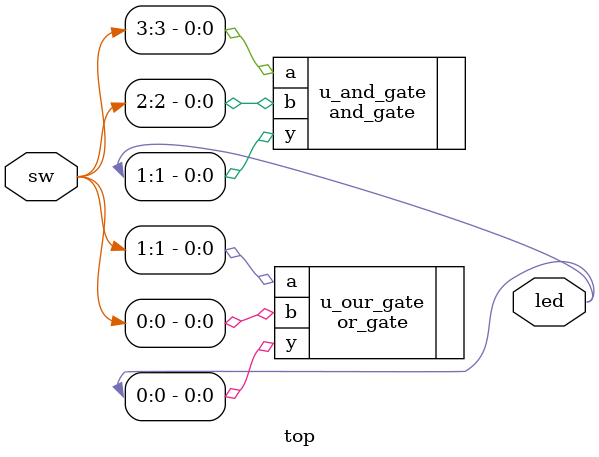
<source format=sv>
`timescale 1ns / 1ps


module top(
    input wire [3:0] sw,
    output wire [1:0] led
    );
    or_gate u_our_gate
    (
        .a(sw[1]),
        .b(sw[0]),
        .y(led[0])  
    );
    
    and_gate u_and_gate
    (
        .a(sw[3]),
        .b(sw[2]),
        .y(led[1])
    );
endmodule

</source>
